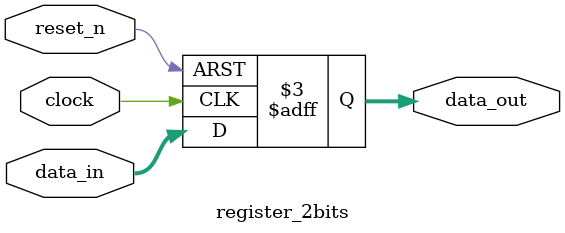
<source format=sv>









module register_2bits (
  input clock, 
  input reset_n, 
  input [1:0] data_in,
  output reg [1:0] data_out
);

  always @(posedge(clock) or negedge(reset_n)) 
    begin 
      if (reset_n == 1'b0) 
        data_out <= 2'b00; 
      else 
        data_out <= data_in; 
    end 
endmodule

</source>
